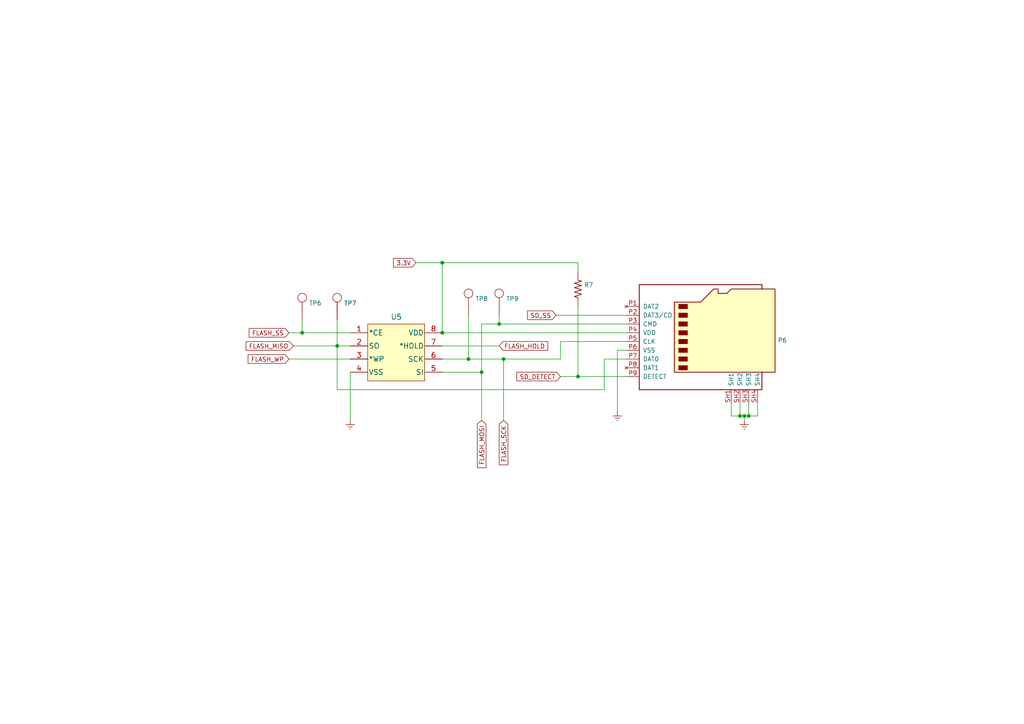
<source format=kicad_sch>
(kicad_sch (version 20211123) (generator eeschema)
  (paper "A4")
  (title_block (title "Data Logging Memory") (date "2021-07-03") (rev "1.0") (company "Sun Devil Rocketry ") (comment 1 "Author: Colton"))
  (lib_symbols
    (symbol "Engine-Controller:SST25VF040B-50-4I-S2AE-T" (pin_names (offset 0.254))
      (property "Reference" "U" (at -2.54 6.35 0))
      (symbol "SST25VF040B-50-4I-S2AE-T_1_1"
        (rectangle (start -8.89 5.08) (end 7.62 -11.43) (stroke (width 0.1524)) (fill (type background)))
        (pin input line (at -13.97 2.54 0) (length 5.08) (name "*CE") (number "1"))
        (pin output line (at -13.97 -1.27 0) (length 5.08) (name "SO") (number "2"))
        (pin input line (at -13.97 -5.08 0) (length 5.08) (name "*WP") (number "3"))
        (pin power_in line (at -13.97 -8.89 0) (length 5.08) (name "VSS") (number "4"))
        (pin input line (at 12.7 -8.89 180) (length 5.08) (name "SI") (number "5"))
        (pin input line (at 12.7 -5.08 180) (length 5.08) (name "SCK") (number "6"))
        (pin input line (at 12.7 -1.27 180) (length 5.08) (name "*HOLD") (number "7"))
        (pin power_in line (at 12.7 2.54 180) (length 5.08) (name "VDD") (number "8"))
      )
    )
    (symbol "Engine-Controller:TP" (pin_numbers hide) (pin_names (offset 1.016) hide)
      (property "Reference" "TP" (at 0 8.89 0))
      (property "Value" "TP" (at 0 8.89 0))
      (symbol "TP_0_1"
        (circle (center 0 6.35) (radius 1.27))
      )
      (symbol "TP_1_1"
        (pin passive line (at 0 0 90) (length 5.08) (name "~") (number "1"))
      )
    )
    (symbol "Flight-Computer-rescue:Earth-power" (power) (pin_names (offset 0))
      (symbol "Earth-power_0_1"
        (polyline (pts (xy -0.635 -1.905) (xy 0.635 -1.905)))
        (polyline (pts (xy -0.127 -2.54) (xy 0.127 -2.54)))
        (polyline (pts (xy 0 -1.27) (xy 0 0)))
        (polyline (pts (xy 1.27 -1.27) (xy -1.27 -1.27)))
      )
      (symbol "Earth-power_1_1"
        (pin power_in line (at 0 0 270) (length 0) hide (name "Earth") (number "1"))
      )
    )
    (symbol "Flight-Computer-rescue:Micro_SD_Card-Engine-Controller" (pin_names (offset 1.016))
      (property "Reference" "P" (at -16.51 15.24 0))
      (property "Value" "Micro_SD_Card-Engine-Controller" (at 16.51 15.24 0))
      (symbol "Micro_SD_Card-Engine-Controller_0_1"
        (rectangle (start -7.62 -9.525) (end -5.08 -10.795) (fill (type outline)))
        (rectangle (start -7.62 -6.985) (end -5.08 -8.255) (fill (type outline)))
        (rectangle (start -7.62 -4.445) (end -5.08 -5.715) (fill (type outline)))
        (rectangle (start -7.62 -1.905) (end -5.08 -3.175) (fill (type outline)))
        (rectangle (start -7.62 0.635) (end -5.08 -0.635) (fill (type outline)))
        (rectangle (start -7.62 3.175) (end -5.08 1.905) (fill (type outline)))
        (rectangle (start -7.62 5.715) (end -5.08 4.445) (fill (type outline)))
        (rectangle (start -7.62 8.255) (end -5.08 6.985) (fill (type outline)))
        (polyline (pts (xy 16.51 12.7) (xy 16.51 13.97) (xy -19.05 13.97) (xy -19.05 -16.51) (xy 16.51 -16.51) (xy 16.51 -11.43)) (stroke (width 0.254)))
        (polyline (pts (xy -8.89 -11.43) (xy -8.89 8.89) (xy -1.27 8.89) (xy 2.54 12.7) (xy 3.81 12.7) (xy 3.81 11.43) (xy 6.35 11.43) (xy 7.62 12.7) (xy 20.32 12.7) (xy 20.32 -11.43) (xy -8.89 -11.43)) (stroke (width 0.254)) (fill (type background)))
      )
      (symbol "Micro_SD_Card-Engine-Controller_1_1"
        (pin no_connect line (at -22.86 7.62 0) (length 3.81) (name "DAT2") (number "P1"))
        (pin bidirectional line (at -22.86 5.08 0) (length 3.81) (name "DAT3/CD") (number "P2"))
        (pin input line (at -22.86 2.54 0) (length 3.81) (name "CMD") (number "P3"))
        (pin power_in line (at -22.86 0 0) (length 3.81) (name "VDD") (number "P4"))
        (pin input line (at -22.86 -2.54 0) (length 3.81) (name "CLK") (number "P5"))
        (pin power_in line (at -22.86 -5.08 0) (length 3.81) (name "VSS") (number "P6"))
        (pin bidirectional line (at -22.86 -7.62 0) (length 3.81) (name "DAT0") (number "P7"))
        (pin no_connect line (at -22.86 -10.16 0) (length 3.81) (name "DAT1") (number "P8"))
        (pin passive line (at -22.86 -12.7 0) (length 3.81) (name "DETECT") (number "P9"))
        (pin passive line (at 7.62 -20.32 90) (length 3.81) (name "SH1") (number "SH1"))
        (pin passive line (at 10.16 -20.32 90) (length 3.81) (name "SH2") (number "SH2"))
        (pin passive line (at 12.7 -20.32 90) (length 3.81) (name "SH3") (number "SH3"))
        (pin passive line (at 15.24 -20.32 90) (length 3.81) (name "SH4") (number "SH4"))
      )
    )
    (symbol "Flight-Computer-rescue:RES_0603-Engine-Controller" (pin_numbers hide) (pin_names (offset 1.016) hide)
      (property "Reference" "R" (at -1.27 1.27 0))
      (property "Value" "RES_0603-Engine-Controller" (at -3.81 -2.54 0))
      (symbol "RES_0603-Engine-Controller_0_0"
        (polyline (pts (xy -2.54 0) (xy -2.159 1.016)) (stroke (width 0.2032)))
        (polyline (pts (xy -2.159 1.016) (xy -1.524 -1.016)) (stroke (width 0.2032)))
        (polyline (pts (xy -1.524 -1.016) (xy -0.889 1.016)) (stroke (width 0.2032)))
        (polyline (pts (xy -0.889 1.016) (xy -0.254 -1.016)) (stroke (width 0.2032)))
        (polyline (pts (xy -0.254 -1.016) (xy 0.381 1.016)) (stroke (width 0.2032)))
        (polyline (pts (xy 0.381 1.016) (xy 1.016 -1.016)) (stroke (width 0.2032)))
        (polyline (pts (xy 1.016 -1.016) (xy 1.651 1.016)) (stroke (width 0.2032)))
        (polyline (pts (xy 1.651 1.016) (xy 2.286 -1.016)) (stroke (width 0.2032)))
        (polyline (pts (xy 2.286 -1.016) (xy 2.54 0)) (stroke (width 0.2032)))
        (pin passive line (at -5.08 0 0) (length 2.54) (name "~") (number "1"))
        (pin passive line (at 5.08 0 180) (length 2.54) (name "~") (number "2"))
      )
    )
  )
  (junction (at 139.7 107.95))
  (junction (at 128.27 96.52))
  (junction (at 87.63 96.52))
  (junction (at 146.05 104.14))
  (junction (at 217.17 120.65))
  (junction (at 128.27 76.2))
  (junction (at 135.89 104.14))
  (junction (at 167.64 109.22))
  (junction (at 215.9 120.65))
  (junction (at 144.78 93.98))
  (junction (at 97.79 100.33))
  (junction (at 214.63 120.65))
  (wire (pts (xy 175.26 113.03) (xy 175.26 104.14)))
  (wire (pts (xy 128.27 96.52) (xy 181.61 96.52)))
  (wire (pts (xy 219.71 116.84) (xy 219.71 120.65)))
  (wire (pts (xy 128.27 76.2) (xy 167.64 76.2)))
  (wire (pts (xy 179.07 101.6) (xy 179.07 119.38)))
  (wire (pts (xy 212.09 116.84) (xy 212.09 120.65)))
  (wire (pts (xy 128.27 76.2) (xy 128.27 96.52)))
  (wire (pts (xy 97.79 100.33) (xy 97.79 113.03)))
  (wire (pts (xy 215.9 120.65) (xy 215.9 121.92)))
  (wire (pts (xy 146.05 104.14) (xy 146.05 121.92)))
  (wire (pts (xy 139.7 107.95) (xy 139.7 121.92)))
  (wire (pts (xy 83.82 96.52) (xy 87.63 96.52)))
  (wire (pts (xy 181.61 101.6) (xy 179.07 101.6)))
  (wire (pts (xy 181.61 91.44) (xy 161.29 91.44)))
  (wire (pts (xy 146.05 104.14) (xy 135.89 104.14)))
  (wire (pts (xy 162.56 104.14) (xy 162.56 99.06)))
  (wire (pts (xy 101.6 104.14) (xy 83.82 104.14)))
  (wire (pts (xy 212.09 120.65) (xy 214.63 120.65)))
  (wire (pts (xy 214.63 120.65) (xy 215.9 120.65)))
  (wire (pts (xy 97.79 100.33) (xy 85.09 100.33)))
  (wire (pts (xy 87.63 96.52) (xy 101.6 96.52)))
  (wire (pts (xy 146.05 104.14) (xy 162.56 104.14)))
  (wire (pts (xy 214.63 116.84) (xy 214.63 120.65)))
  (wire (pts (xy 135.89 104.14) (xy 128.27 104.14)))
  (wire (pts (xy 139.7 107.95) (xy 128.27 107.95)))
  (wire (pts (xy 97.79 92.71) (xy 97.79 100.33)))
  (wire (pts (xy 128.27 100.33) (xy 144.78 100.33)))
  (wire (pts (xy 162.56 99.06) (xy 181.61 99.06)))
  (wire (pts (xy 87.63 92.71) (xy 87.63 96.52)))
  (wire (pts (xy 167.64 88.9) (xy 167.64 109.22)))
  (wire (pts (xy 181.61 109.22) (xy 167.64 109.22)))
  (wire (pts (xy 217.17 116.84) (xy 217.17 120.65)))
  (wire (pts (xy 139.7 93.98) (xy 144.78 93.98)))
  (wire (pts (xy 219.71 120.65) (xy 217.17 120.65)))
  (wire (pts (xy 144.78 93.98) (xy 181.61 93.98)))
  (wire (pts (xy 167.64 109.22) (xy 162.56 109.22)))
  (wire (pts (xy 97.79 113.03) (xy 175.26 113.03)))
  (wire (pts (xy 144.78 91.44) (xy 144.78 93.98)))
  (wire (pts (xy 217.17 120.65) (xy 215.9 120.65)))
  (wire (pts (xy 139.7 107.95) (xy 139.7 93.98)))
  (wire (pts (xy 167.64 76.2) (xy 167.64 78.74)))
  (wire (pts (xy 101.6 100.33) (xy 97.79 100.33)))
  (wire (pts (xy 175.26 104.14) (xy 181.61 104.14)))
  (wire (pts (xy 101.6 107.95) (xy 101.6 121.92)))
  (wire (pts (xy 135.89 91.44) (xy 135.89 104.14)))
  (wire (pts (xy 120.65 76.2) (xy 128.27 76.2)))
  (global_label "FLASH_SCK" (shape input) (at 146.05 121.92 270) (property "Intersheet References" "${INTERSHEET_REFS}" (effects hide)))
  (global_label "SD_DETECT" (shape input) (at 162.56 109.22 180) (property "Intersheet References" "${INTERSHEET_REFS}" (effects hide)))
  (global_label "FLASH_WP" (shape input) (at 83.82 104.14 180) (property "Intersheet References" "${INTERSHEET_REFS}" (effects hide)))
  (global_label "3.3V" (shape input) (at 120.65 76.2 180) (property "Intersheet References" "${INTERSHEET_REFS}" (effects hide)))
  (global_label "FLASH_HOLD" (shape input) (at 144.78 100.33 0) (property "Intersheet References" "${INTERSHEET_REFS}" (effects hide)))
  (global_label "FLASH_MOSI" (shape input) (at 139.7 121.92 270) (property "Intersheet References" "${INTERSHEET_REFS}" (effects hide)))
  (global_label "FLASH_SS" (shape input) (at 83.82 96.52 180) (property "Intersheet References" "${INTERSHEET_REFS}" (effects hide)))
  (global_label "SD_SS" (shape input) (at 161.29 91.44 180) (property "Intersheet References" "${INTERSHEET_REFS}" (effects hide)))
  (global_label "FLASH_MISO" (shape input) (at 85.09 100.33 180) (property "Intersheet References" "${INTERSHEET_REFS}" (effects hide)))
  (symbol (lib_id "Engine-Controller:SST25VF040B-50-4I-S2AE-T") (at 115.57 99.06 0) (unit 1)
    (property "Reference" "U5" (at 114.935 91.9226 0) (effects (font (size 1.524 1.524))))
  )
  (symbol (lib_id "Flight-Computer-rescue:Earth-power") (at 101.6 121.92 0) (unit 1)
    (property "Reference" "#PWR03" (effects hide))
  )
  (symbol (lib_id "Flight-Computer-rescue:Micro_SD_Card-Engine-Controller") (at 204.47 96.52 0) (unit 1)
    (property "Reference" "P6" (at 225.552 98.7044 0) (effects (justify left)))
    (property "Datasheet" "http://katalog.we-online.de/em/datasheet/693072010801.pdf" (effects hide))
  )
  (symbol (lib_id "Flight-Computer-rescue:Earth-power") (at 215.9 121.92 0) (unit 1)
    (property "Reference" "#PWR05" (effects hide))
  )
  (symbol (lib_id "Flight-Computer-rescue:Earth-power") (at 179.07 119.38 0) (unit 1)
    (property "Reference" "#PWR04" (effects hide))
  )
  (symbol (lib_id "Flight-Computer-rescue:RES_0603-Engine-Controller") (at 167.64 83.82 90) (unit 1)
    (property "Reference" "R7" (at 169.3926 82.6516 90) (effects (justify right)))
  )
  (symbol (lib_id "Engine-Controller:TP") (at 87.63 92.71 0) (unit 1)
    (property "Reference" "TP6" (at 89.6112 87.9348 0) (effects (justify left)))
  )
  (symbol (lib_id "Engine-Controller:TP") (at 97.79 92.71 0) (unit 1)
    (property "Reference" "TP7" (at 99.7712 87.9348 0) (effects (justify left)))
  )
  (symbol (lib_id "Engine-Controller:TP") (at 135.89 91.44 0) (unit 1)
    (property "Reference" "TP8" (at 137.8712 86.6648 0) (effects (justify left)))
  )
  (symbol (lib_id "Engine-Controller:TP") (at 144.78 91.44 0) (unit 1)
    (property "Reference" "TP9" (at 146.7612 86.6648 0) (effects (justify left)))
  )
)
</source>
